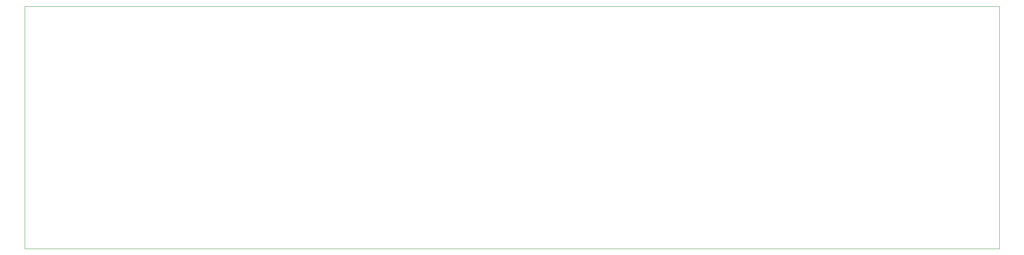
<source format=gbr>
G04 (created by PCBNEW (2013-06-11 BZR 4021)-stable) date Thu 06 Feb 2014 10:57:33 PM CST*
%MOIN*%
G04 Gerber Fmt 3.4, Leading zero omitted, Abs format*
%FSLAX34Y34*%
G01*
G70*
G90*
G04 APERTURE LIST*
%ADD10C,0.00590551*%
%ADD11C,0.00393701*%
G04 APERTURE END LIST*
G54D10*
G54D11*
X141732Y-75000D02*
X141732Y-96653D01*
X54921Y-75000D02*
X141732Y-75000D01*
X54921Y-96653D02*
X54921Y-75000D01*
X141732Y-96653D02*
X54921Y-96653D01*
M02*

</source>
